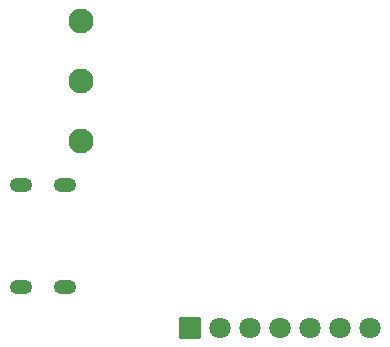
<source format=gbs>
G04 Layer: BottomSolderMaskLayer*
G04 EasyEDA v6.5.22, 2023-04-06 23:37:51*
G04 59bfaf2a9afe4f888a6a27d7eff82a53,13d4147aac1444c28c06bf4132869bd4,10*
G04 Gerber Generator version 0.2*
G04 Scale: 100 percent, Rotated: No, Reflected: No *
G04 Dimensions in millimeters *
G04 leading zeros omitted , absolute positions ,4 integer and 5 decimal *
%FSLAX45Y45*%
%MOMM*%

%AMMACRO1*1,1,$1,$2,$3*1,1,$1,$4,$5*1,1,$1,0-$2,0-$3*1,1,$1,0-$4,0-$5*20,1,$1,$2,$3,$4,$5,0*20,1,$1,$4,$5,0-$2,0-$3,0*20,1,$1,0-$2,0-$3,0-$4,0-$5,0*20,1,$1,0-$4,0-$5,$2,$3,0*4,1,4,$2,$3,$4,$5,0-$2,0-$3,0-$4,0-$5,$2,$3,0*%
%ADD10O,1.9015964X1.2015978000000003*%
%ADD11C,2.1016*%
%ADD12MACRO1,0.1016X-0.85X0.85X0.85X0.85*%
%ADD13C,1.8016*%

%LPD*%
D10*
G01*
X559485Y-3275497D03*
G01*
X559485Y-2411491D03*
G01*
X179501Y-3275497D03*
G01*
X179501Y-2411491D03*
D11*
G01*
X695452Y-1016000D03*
G01*
X695452Y-1524000D03*
G01*
X695452Y-2032000D03*
D12*
G01*
X1612900Y-3619500D03*
D13*
G01*
X1866900Y-3619500D03*
G01*
X2120900Y-3619500D03*
G01*
X2374900Y-3619500D03*
G01*
X2628900Y-3619500D03*
G01*
X2882900Y-3619500D03*
G01*
X3136900Y-3619500D03*
M02*

</source>
